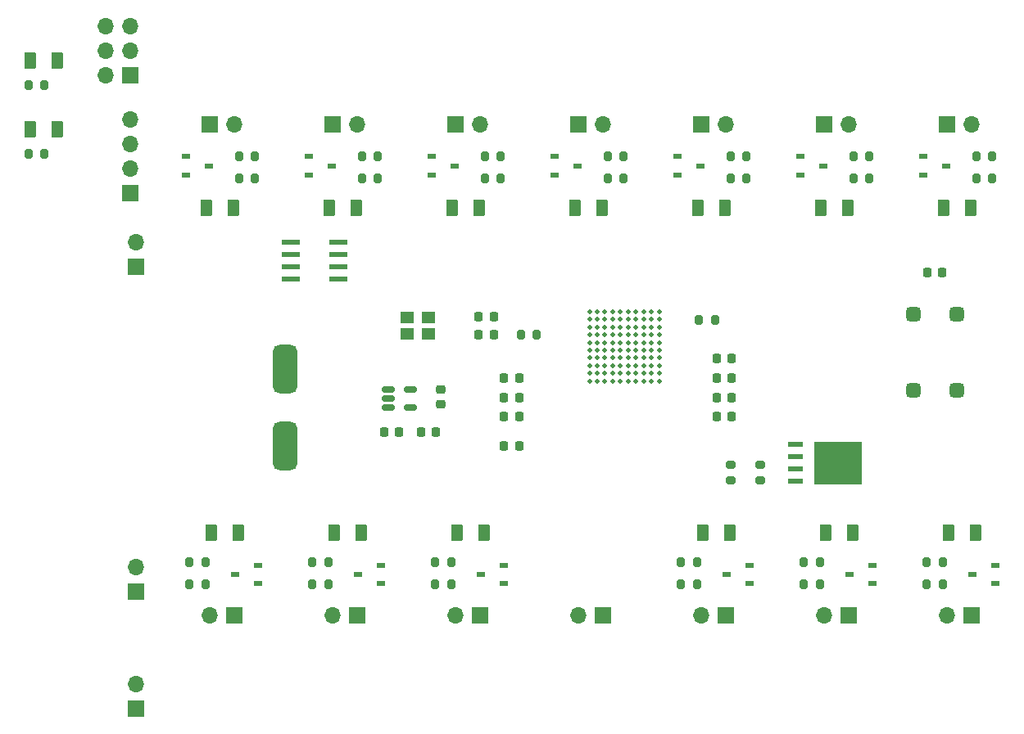
<source format=gbr>
%TF.GenerationSoftware,KiCad,Pcbnew,6.0.0*%
%TF.CreationDate,2022-01-12T20:03:53-05:00*%
%TF.ProjectId,output-board,6f757470-7574-42d6-926f-6172642e6b69,rev?*%
%TF.SameCoordinates,Original*%
%TF.FileFunction,Soldermask,Top*%
%TF.FilePolarity,Negative*%
%FSLAX46Y46*%
G04 Gerber Fmt 4.6, Leading zero omitted, Abs format (unit mm)*
G04 Created by KiCad (PCBNEW 6.0.0) date 2022-01-12 20:03:53*
%MOMM*%
%LPD*%
G01*
G04 APERTURE LIST*
G04 Aperture macros list*
%AMRoundRect*
0 Rectangle with rounded corners*
0 $1 Rounding radius*
0 $2 $3 $4 $5 $6 $7 $8 $9 X,Y pos of 4 corners*
0 Add a 4 corners polygon primitive as box body*
4,1,4,$2,$3,$4,$5,$6,$7,$8,$9,$2,$3,0*
0 Add four circle primitives for the rounded corners*
1,1,$1+$1,$2,$3*
1,1,$1+$1,$4,$5*
1,1,$1+$1,$6,$7*
1,1,$1+$1,$8,$9*
0 Add four rect primitives between the rounded corners*
20,1,$1+$1,$2,$3,$4,$5,0*
20,1,$1+$1,$4,$5,$6,$7,0*
20,1,$1+$1,$6,$7,$8,$9,0*
20,1,$1+$1,$8,$9,$2,$3,0*%
G04 Aperture macros list end*
%ADD10RoundRect,0.250000X-0.375000X-0.625000X0.375000X-0.625000X0.375000X0.625000X-0.375000X0.625000X0*%
%ADD11R,0.863600X0.558800*%
%ADD12RoundRect,0.200000X-0.200000X-0.275000X0.200000X-0.275000X0.200000X0.275000X-0.200000X0.275000X0*%
%ADD13R,1.700000X1.700000*%
%ADD14O,1.700000X1.700000*%
%ADD15RoundRect,0.225000X-0.250000X0.225000X-0.250000X-0.225000X0.250000X-0.225000X0.250000X0.225000X0*%
%ADD16RoundRect,0.225000X0.225000X0.250000X-0.225000X0.250000X-0.225000X-0.250000X0.225000X-0.250000X0*%
%ADD17RoundRect,0.225000X-0.225000X-0.250000X0.225000X-0.250000X0.225000X0.250000X-0.225000X0.250000X0*%
%ADD18RoundRect,0.250000X0.375000X0.625000X-0.375000X0.625000X-0.375000X-0.625000X0.375000X-0.625000X0*%
%ADD19RoundRect,0.150000X-0.512500X-0.150000X0.512500X-0.150000X0.512500X0.150000X-0.512500X0.150000X0*%
%ADD20RoundRect,0.200000X0.200000X0.275000X-0.200000X0.275000X-0.200000X-0.275000X0.200000X-0.275000X0*%
%ADD21R,1.400000X1.200000*%
%ADD22RoundRect,0.200000X0.275000X-0.200000X0.275000X0.200000X-0.275000X0.200000X-0.275000X-0.200000X0*%
%ADD23RoundRect,0.218750X0.218750X0.256250X-0.218750X0.256250X-0.218750X-0.256250X0.218750X-0.256250X0*%
%ADD24RoundRect,0.375000X0.375000X-0.375000X0.375000X0.375000X-0.375000X0.375000X-0.375000X-0.375000X0*%
%ADD25C,0.500000*%
%ADD26RoundRect,0.625000X0.625000X-1.875000X0.625000X1.875000X-0.625000X1.875000X-0.625000X-1.875000X0*%
%ADD27R,1.549400X0.558800*%
%ADD28R,4.902200X4.470400*%
%ADD29R,1.981200X0.540800*%
G04 APERTURE END LIST*
D10*
%TO.C,D1*%
X47500000Y-51303000D03*
X50300000Y-51303000D03*
%TD*%
D11*
%TO.C,MOSFET5*%
X96220200Y-46034999D03*
X96220200Y-47935001D03*
X98607800Y-46985000D03*
%TD*%
%TO.C,MOSFET13*%
X103677800Y-90213001D03*
X103677800Y-88312999D03*
X101290200Y-89263000D03*
%TD*%
D12*
%TO.C,R5*%
X76269000Y-48255000D03*
X77919000Y-48255000D03*
%TD*%
D13*
%TO.C,J8*%
X85979000Y-42724000D03*
D14*
X88519000Y-42724000D03*
%TD*%
D12*
%TO.C,R7*%
X101669000Y-48255000D03*
X103319000Y-48255000D03*
%TD*%
D15*
%TO.C,C3*%
X71744000Y-70104000D03*
X71744000Y-71654000D03*
%TD*%
D12*
%TO.C,R3*%
X80023200Y-64465200D03*
X81673200Y-64465200D03*
%TD*%
D16*
%TO.C,C5*%
X79834000Y-70944000D03*
X78284000Y-70944000D03*
%TD*%
D17*
%TO.C,C9*%
X100284000Y-72944000D03*
X101834000Y-72944000D03*
%TD*%
D18*
%TO.C,D12*%
X114298000Y-84945000D03*
X111498000Y-84945000D03*
%TD*%
D19*
%TO.C,U2*%
X66294000Y-70104000D03*
X66294000Y-71054000D03*
X66294000Y-72004000D03*
X68569000Y-72004000D03*
X68569000Y-70104000D03*
%TD*%
D20*
%TO.C,R10*%
X72829000Y-87993000D03*
X71179000Y-87993000D03*
%TD*%
D13*
%TO.C,J6*%
X40259000Y-57404000D03*
D14*
X40259000Y-54864000D03*
%TD*%
D12*
%TO.C,R9*%
X127069000Y-48255000D03*
X128719000Y-48255000D03*
%TD*%
D13*
%TO.C,J20*%
X88519000Y-93524000D03*
D14*
X85979000Y-93524000D03*
%TD*%
D18*
%TO.C,D11*%
X126998000Y-84945000D03*
X124198000Y-84945000D03*
%TD*%
D17*
%TO.C,C11*%
X75653600Y-64465200D03*
X77203600Y-64465200D03*
%TD*%
D11*
%TO.C,MOSFET18*%
X52877800Y-90213001D03*
X52877800Y-88312999D03*
X50490200Y-89263000D03*
%TD*%
D21*
%TO.C,Y1*%
X70442000Y-62650000D03*
X68242000Y-62650000D03*
X68242000Y-64350000D03*
X70442000Y-64350000D03*
%TD*%
D20*
%TO.C,R19*%
X103319000Y-45969000D03*
X101669000Y-45969000D03*
%TD*%
D12*
%TO.C,R4*%
X63569000Y-48255000D03*
X65219000Y-48255000D03*
%TD*%
D16*
%TO.C,C4*%
X79834000Y-68944000D03*
X78284000Y-68944000D03*
%TD*%
D13*
%TO.C,J13*%
X63119000Y-93524000D03*
D14*
X60579000Y-93524000D03*
%TD*%
D16*
%TO.C,C6*%
X79834000Y-72944000D03*
X78284000Y-72944000D03*
%TD*%
D11*
%TO.C,MOSFET8*%
X78277800Y-90213001D03*
X78277800Y-88312999D03*
X75890200Y-89263000D03*
%TD*%
D10*
%TO.C,D6*%
X98300000Y-51303000D03*
X101100000Y-51303000D03*
%TD*%
D12*
%TO.C,R6*%
X88969000Y-48255000D03*
X90619000Y-48255000D03*
%TD*%
D22*
%TO.C,R12*%
X101727000Y-79565000D03*
X101727000Y-77915000D03*
%TD*%
D10*
%TO.C,D7*%
X111000000Y-51303000D03*
X113800000Y-51303000D03*
%TD*%
%TO.C,D8*%
X123700000Y-51303000D03*
X126500000Y-51303000D03*
%TD*%
D11*
%TO.C,MOSFET1*%
X45420200Y-46034999D03*
X45420200Y-47935001D03*
X47807800Y-46985000D03*
%TD*%
D20*
%TO.C,R21*%
X116019000Y-45969000D03*
X114369000Y-45969000D03*
%TD*%
%TO.C,R26*%
X123629000Y-87993000D03*
X121979000Y-87993000D03*
%TD*%
D13*
%TO.C,J11*%
X124079000Y-42724000D03*
D14*
X126619000Y-42724000D03*
%TD*%
D12*
%TO.C,R8*%
X114369000Y-48255000D03*
X116019000Y-48255000D03*
%TD*%
D13*
%TO.C,J19*%
X39624000Y-37592000D03*
D14*
X37084000Y-37592000D03*
X39624000Y-35052000D03*
X37084000Y-35052000D03*
X39624000Y-32512000D03*
X37084000Y-32512000D03*
%TD*%
D10*
%TO.C,D3*%
X60200000Y-51303000D03*
X63000000Y-51303000D03*
%TD*%
D11*
%TO.C,MOSFET11*%
X129077800Y-90213001D03*
X129077800Y-88312999D03*
X126690200Y-89263000D03*
%TD*%
D13*
%TO.C,J4*%
X40259000Y-103124000D03*
D14*
X40259000Y-100584000D03*
%TD*%
D12*
%TO.C,R23*%
X71179000Y-90279000D03*
X72829000Y-90279000D03*
%TD*%
D13*
%TO.C,J2*%
X60579000Y-42724000D03*
D14*
X63119000Y-42724000D03*
%TD*%
D12*
%TO.C,R27*%
X109279000Y-90279000D03*
X110929000Y-90279000D03*
%TD*%
D16*
%TO.C,C1*%
X67439000Y-74549000D03*
X65889000Y-74549000D03*
%TD*%
D18*
%TO.C,D2*%
X50798000Y-84945000D03*
X47998000Y-84945000D03*
%TD*%
D20*
%TO.C,R20*%
X47429000Y-87993000D03*
X45779000Y-87993000D03*
%TD*%
D11*
%TO.C,MOSFET2*%
X58120200Y-46034999D03*
X58120200Y-47935001D03*
X60507800Y-46985000D03*
%TD*%
D23*
%TO.C,L1*%
X79846500Y-75944000D03*
X78271500Y-75944000D03*
%TD*%
D11*
%TO.C,MOSFET12*%
X116377800Y-90213001D03*
X116377800Y-88312999D03*
X113990200Y-89263000D03*
%TD*%
%TO.C,MOSFET4*%
X83520200Y-46034999D03*
X83520200Y-47935001D03*
X85907800Y-46985000D03*
%TD*%
%TO.C,MOSFET7*%
X121620200Y-46034999D03*
X121620200Y-47935001D03*
X124007800Y-46985000D03*
%TD*%
D13*
%TO.C,J7*%
X73279000Y-42724000D03*
D14*
X75819000Y-42724000D03*
%TD*%
D13*
%TO.C,J9*%
X98679000Y-42724000D03*
D14*
X101219000Y-42724000D03*
%TD*%
D11*
%TO.C,MOSFET9*%
X65577800Y-90213001D03*
X65577800Y-88312999D03*
X63190200Y-89263000D03*
%TD*%
D13*
%TO.C,J10*%
X111379000Y-42724000D03*
D14*
X113919000Y-42724000D03*
%TD*%
D20*
%TO.C,R18*%
X90619000Y-45969000D03*
X88969000Y-45969000D03*
%TD*%
D17*
%TO.C,C8*%
X100284000Y-66944000D03*
X101834000Y-66944000D03*
%TD*%
D12*
%TO.C,R2*%
X50869000Y-48255000D03*
X52519000Y-48255000D03*
%TD*%
D24*
%TO.C,SW1*%
X120559000Y-70244000D03*
X125059000Y-70244000D03*
X120559000Y-62344000D03*
X125059000Y-62344000D03*
%TD*%
D16*
%TO.C,C2*%
X71249000Y-74549000D03*
X69699000Y-74549000D03*
%TD*%
D10*
%TO.C,D5*%
X85600000Y-51303000D03*
X88400000Y-51303000D03*
%TD*%
D25*
%TO.C,U3*%
X87107800Y-62071200D03*
X87907800Y-62071200D03*
X88707800Y-62071200D03*
X89507800Y-62071200D03*
X90307800Y-62071200D03*
X91107800Y-62071200D03*
X91907800Y-62071200D03*
X92707800Y-62071200D03*
X93507800Y-62071200D03*
X94307800Y-62071200D03*
X87107800Y-62871200D03*
X87907800Y-62871200D03*
X88707800Y-62871200D03*
X89507800Y-62871200D03*
X90307800Y-62871200D03*
X91107800Y-62871200D03*
X91907800Y-62871200D03*
X92707800Y-62871200D03*
X93507800Y-62871200D03*
X94307800Y-62871200D03*
X87107800Y-63671200D03*
X87907800Y-63671200D03*
X88707800Y-63671200D03*
X89507800Y-63671200D03*
X90307800Y-63671200D03*
X91107800Y-63671200D03*
X91907800Y-63671200D03*
X92707800Y-63671200D03*
X93507800Y-63671200D03*
X94307800Y-63671200D03*
X87107800Y-64471200D03*
X87907800Y-64471200D03*
X88707800Y-64471200D03*
X89507800Y-64471200D03*
X90307800Y-64471200D03*
X91107800Y-64471200D03*
X91907800Y-64471200D03*
X92707800Y-64471200D03*
X93507800Y-64471200D03*
X94307800Y-64471200D03*
X87107800Y-65271200D03*
X87907800Y-65271200D03*
X88707800Y-65271200D03*
X89507800Y-65271200D03*
X90307800Y-65271200D03*
X91107800Y-65271200D03*
X91907800Y-65271200D03*
X92707800Y-65271200D03*
X93507800Y-65271200D03*
X94307800Y-65271200D03*
X87107800Y-66071200D03*
X87907800Y-66071200D03*
X88707800Y-66071200D03*
X89507800Y-66071200D03*
X90307800Y-66071200D03*
X91107800Y-66071200D03*
X91907800Y-66071200D03*
X92707800Y-66071200D03*
X93507800Y-66071200D03*
X94307800Y-66071200D03*
X87107800Y-66871200D03*
X87907800Y-66871200D03*
X88707800Y-66871200D03*
X89507800Y-66871200D03*
X90307800Y-66871200D03*
X91107800Y-66871200D03*
X91907800Y-66871200D03*
X92707800Y-66871200D03*
X93507800Y-66871200D03*
X94307800Y-66871200D03*
X87107800Y-67671200D03*
X87907800Y-67671200D03*
X88707800Y-67671200D03*
X89507800Y-67671200D03*
X90307800Y-67671200D03*
X91107800Y-67671200D03*
X91907800Y-67671200D03*
X92707800Y-67671200D03*
X93507800Y-67671200D03*
X94307800Y-67671200D03*
X87107800Y-68471200D03*
X87907800Y-68471200D03*
X88707800Y-68471200D03*
X89507800Y-68471200D03*
X90307800Y-68471200D03*
X91107800Y-68471200D03*
X91907800Y-68471200D03*
X92707800Y-68471200D03*
X93507800Y-68471200D03*
X94307800Y-68471200D03*
X87107800Y-69271200D03*
X87907800Y-69271200D03*
X88707800Y-69271200D03*
X89507800Y-69271200D03*
X90307800Y-69271200D03*
X91107800Y-69271200D03*
X91907800Y-69271200D03*
X92707800Y-69271200D03*
X93507800Y-69271200D03*
X94307800Y-69271200D03*
%TD*%
D18*
%TO.C,D15*%
X32134000Y-43180000D03*
X29334000Y-43180000D03*
%TD*%
D13*
%TO.C,J16*%
X113919000Y-93524000D03*
D14*
X111379000Y-93524000D03*
%TD*%
D11*
%TO.C,MOSFET6*%
X108920200Y-46034999D03*
X108920200Y-47935001D03*
X111307800Y-46985000D03*
%TD*%
D22*
%TO.C,R13*%
X104775000Y-79565000D03*
X104775000Y-77915000D03*
%TD*%
D13*
%TO.C,J14*%
X40259000Y-91064000D03*
D14*
X40259000Y-88524000D03*
%TD*%
D20*
%TO.C,R30*%
X98229000Y-87993000D03*
X96579000Y-87993000D03*
%TD*%
D12*
%TO.C,R29*%
X96579000Y-90279000D03*
X98229000Y-90279000D03*
%TD*%
D20*
%TO.C,R31*%
X30797000Y-38608000D03*
X29147000Y-38608000D03*
%TD*%
D12*
%TO.C,R14*%
X45779000Y-90279000D03*
X47429000Y-90279000D03*
%TD*%
D20*
%TO.C,R28*%
X110929000Y-87993000D03*
X109279000Y-87993000D03*
%TD*%
D13*
%TO.C,J15*%
X126619000Y-93524000D03*
D14*
X124079000Y-93524000D03*
%TD*%
D12*
%TO.C,R25*%
X121979000Y-90279000D03*
X123629000Y-90279000D03*
%TD*%
D13*
%TO.C,J17*%
X101219000Y-93524000D03*
D14*
X98679000Y-93524000D03*
%TD*%
D18*
%TO.C,D13*%
X101598000Y-84945000D03*
X98798000Y-84945000D03*
%TD*%
D17*
%TO.C,C13*%
X100284000Y-70944000D03*
X101834000Y-70944000D03*
%TD*%
D10*
%TO.C,D4*%
X72900000Y-51303000D03*
X75700000Y-51303000D03*
%TD*%
D18*
%TO.C,D9*%
X76198000Y-84945000D03*
X73398000Y-84945000D03*
%TD*%
%TO.C,D10*%
X63498000Y-84945000D03*
X60698000Y-84945000D03*
%TD*%
D20*
%TO.C,R22*%
X128719000Y-45969000D03*
X127069000Y-45969000D03*
%TD*%
%TO.C,R16*%
X65219000Y-45969000D03*
X63569000Y-45969000D03*
%TD*%
D13*
%TO.C,J12*%
X75819000Y-93524000D03*
D14*
X73279000Y-93524000D03*
%TD*%
D17*
%TO.C,C10*%
X75653600Y-62585600D03*
X77203600Y-62585600D03*
%TD*%
D12*
%TO.C,R24*%
X58479000Y-90279000D03*
X60129000Y-90279000D03*
%TD*%
D17*
%TO.C,C7*%
X122034000Y-58039000D03*
X123584000Y-58039000D03*
%TD*%
D13*
%TO.C,J1*%
X47879000Y-42724000D03*
D14*
X50419000Y-42724000D03*
%TD*%
D26*
%TO.C,J3*%
X55619000Y-68059000D03*
X55619000Y-75959000D03*
%TD*%
D20*
%TO.C,R17*%
X77919000Y-45969000D03*
X76269000Y-45969000D03*
%TD*%
%TO.C,R32*%
X30797000Y-45720000D03*
X29147000Y-45720000D03*
%TD*%
%TO.C,R11*%
X60129000Y-87993000D03*
X58479000Y-87993000D03*
%TD*%
D11*
%TO.C,MOSFET3*%
X70820200Y-46034999D03*
X70820200Y-47935001D03*
X73207800Y-46985000D03*
%TD*%
D17*
%TO.C,C12*%
X100284000Y-68944000D03*
X101834000Y-68944000D03*
%TD*%
D27*
%TO.C,MOSFET10*%
X108432600Y-75819000D03*
X108432600Y-77089000D03*
X108432600Y-78359000D03*
X108432600Y-79629000D03*
D28*
X112801400Y-77724000D03*
%TD*%
D18*
%TO.C,D14*%
X32134000Y-36068000D03*
X29334000Y-36068000D03*
%TD*%
D29*
%TO.C,U1*%
X61146610Y-58684353D03*
X61146610Y-57414353D03*
X61146610Y-56144353D03*
X61146610Y-54874353D03*
X56216612Y-54874353D03*
X56216612Y-56144353D03*
X56216612Y-57414353D03*
X56216612Y-58684353D03*
%TD*%
D12*
%TO.C,R1*%
X98412800Y-62911200D03*
X100062800Y-62911200D03*
%TD*%
D13*
%TO.C,J18*%
X50419000Y-93524000D03*
D14*
X47879000Y-93524000D03*
%TD*%
D13*
%TO.C,J5*%
X39624000Y-49784000D03*
D14*
X39624000Y-47244000D03*
X39624000Y-44704000D03*
X39624000Y-42164000D03*
%TD*%
D20*
%TO.C,R15*%
X52519000Y-45969000D03*
X50869000Y-45969000D03*
%TD*%
M02*

</source>
